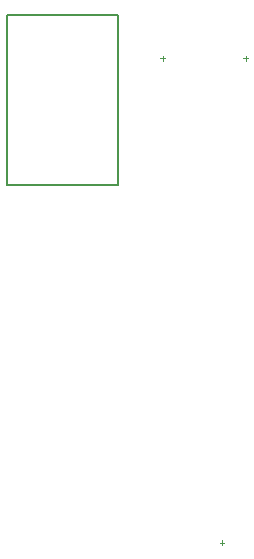
<source format=gm1>
G04*
G04 #@! TF.GenerationSoftware,Altium Limited,Altium Designer,20.2.3 (150)*
G04*
G04 Layer_Color=16711935*
%FSLAX25Y25*%
%MOIN*%
G70*
G04*
G04 #@! TF.SameCoordinates,BB737A17-BA75-4855-ABE7-94ACFEC41E84*
G04*
G04*
G04 #@! TF.FilePolarity,Positive*
G04*
G01*
G75*
%ADD10C,0.00787*%
%ADD11C,0.00394*%
D10*
X205169Y332039D02*
Y388732D01*
X242177D01*
Y332039D02*
Y388732D01*
X205169Y332039D02*
X242177D01*
D11*
X276724Y211961D02*
Y213535D01*
X275937Y212748D02*
X277512D01*
X257039Y373378D02*
Y374953D01*
X256252Y374165D02*
X257827D01*
X284598Y373378D02*
Y374953D01*
X283811Y374165D02*
X285386D01*
M02*

</source>
